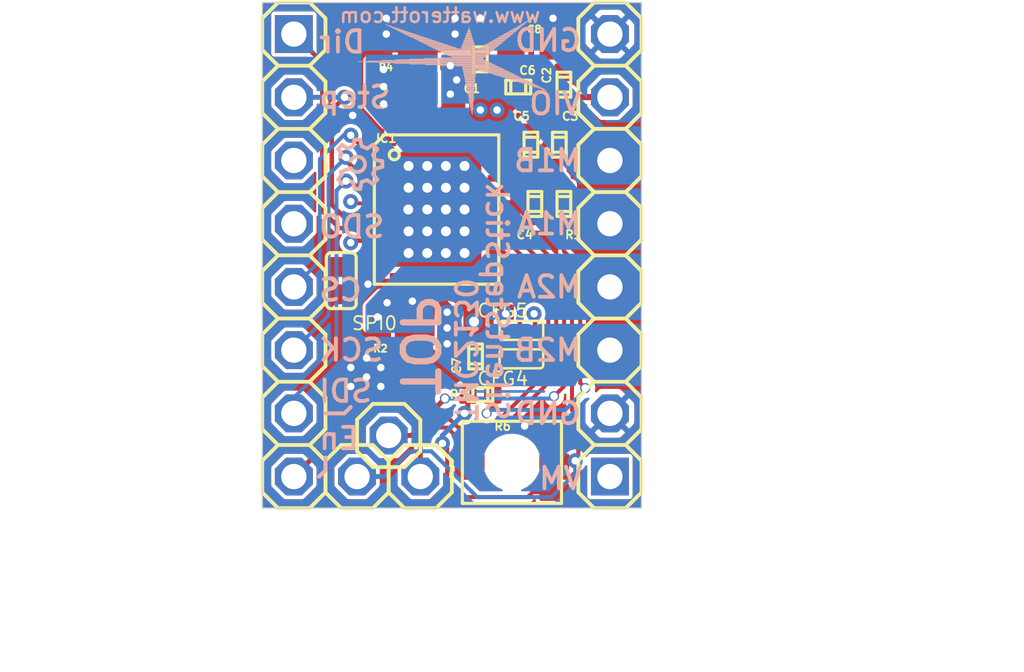
<source format=kicad_pcb>
(kicad_pcb (version 20221018) (generator pcbnew)
  (layers (0 "F.Cu" signal) (1 "In1.Cu" signal) (2 "In2.Cu" signal) (31 "B.Cu" signal) (34 "B.Paste" user) (35 "F.Paste" user) (36 "B.SilkS" user "B.Silkscreen") (37 "F.SilkS" user "F.Silkscreen") (38 "B.Mask" user) (39 "F.Mask" user) (44 "Edge.Cuts" user))
  (net 0 "")
  (net 1 "DIAG0")
  (net 2 "DIAG1")
  (net 3 "STEP")
  (net 4 "DIR")
  (net 5 "VM")
  (net 6 "GND")
  (net 7 "OA1")
  (net 8 "OA2")
  (net 9 "OB2")
  (net 10 "OB1")
  (net 11 "VIO")
  (net 12 "VCC")
  (net 13 "VCP")
  (net 14 "CPI")
  (net 15 "CPO")
  (net 16 "BRA")
  (net 17 "BRB")
  (net 18 "+5V")
  (net 19 "CFG5")
  (net 20 "CFG4")
  (net 21 "IREF")
  (net 22 "CFG-1")
  (net 23 "CFG-2")
  (net 24 "CFG-3")
  (net 25 "CFG-6")
  (net 26 "VREF1")
  (net 27 "CFG-0")
  (net 28 "N$1")
  (footprint "working:C0402" (layer "F.Cu") (at 152.8191 100.5586)
    (fp_text reference "C3" (at 0.0635 -1.143) (layer "F.SilkS") (effects (font (size 0.333248 0.333248) (thickness 0.073152)) (justify left)))
    (fp_text value "470n/10V" hide)
    (pad "1" smd roundrect (at 0 -0.5) (size 0.75 0.7) (layers "F.Cu" "F.Paste" "F.Mask") (roundrect_rratio 0.1) (net 6 "GND"))
    (pad "2" smd roundrect (at 0 0.5) (size 0.75 0.7) (layers "F.Cu" "F.Paste" "F.Mask") (roundrect_rratio 0.1) (net 12 "VCC"))
  )
  (footprint "working:PASSER_07MM" (layer "F.Cu") (at 141.6431 112.6236)
    (fp_text reference "X1" hide)
    (fp_text value "PASSER-07" hide)
    (pad "X" smd roundrect (at 0 0) (size 0.7 0.7) (layers "F.Cu") (roundrect_rratio 0.5))
    (zone (net 0) (net_name "") (layer "F.Cu") (connect_pads (clearance 0)) (min_thickness 0.25)
      (keepout (tracks not_allowed) (vias not_allowed) (pads not_allowed) (copperpour not_allowed) (footprints allowed))
      (fill (thermal_gap 0.5) (thermal_bridge_width 0.5))
      (polygon (pts (xy 142.3066 112.6236) (xy 142.28732 112.464814) (xy 142.2306 112.315256) (xy 142.139737 112.183618) (xy 142.020011 112.07755) (xy 141.87838 112.003217) (xy 141.723076 111.964938) (xy 141.563124 111.964938) (xy 141.40782 112.003217) (xy 141.266189 112.07755) (xy 141.146463 112.183618) (xy 141.0556 112.315256) (xy 140.99888 112.464814) (xy 140.9796 112.6236) (xy 140.99888 112.782386) (xy 141.0556 112.931944) (xy 141.146463 113.063582) (xy 141.266189 113.16965) (xy 141.40782 113.243983) (xy 141.563124 113.282262) (xy 141.723076 113.282262) (xy 141.87838 113.243983) (xy 142.020011 113.16965) (xy 142.139737 113.063582) (xy 142.2306 112.931944) (xy 142.28732 112.782386)))
      (polygon (pts (xy 142.1796 112.6236) (xy 142.159705 112.478854) (xy 142.101496 112.344843) (xy 142.00929 112.231507) (xy 141.889925 112.14725) (xy 141.752254 112.098321) (xy 141.606488 112.088351) (xy 141.463437 112.118077) (xy 141.333711 112.185296) (xy 141.226931 112.285021) (xy 141.151016 112.409858) (xy 141.111597 112.550547) (xy 141.111597 112.696653) (xy 141.151016 112.837342) (xy 141.226931 112.962179) (xy 141.333711 113.061904) (xy 141.463437 113.129123) (xy 141.606488 113.158849) (xy 141.752254 113.148879) (xy 141.889925 113.09995) (xy 142.00929 113.015693) (xy 142.101496 112.902357) (xy 142.159705 112.768346)))
    )
  )
  (footprint "working:C0402" (layer "F.Cu") (at 149.6441 97.1296 180)
    (fp_text reference "C1" (at -0.03175 -1.17475) (layer "F.SilkS") (effects (font (size 0.333248 0.333248) (thickness 0.073152)) (justify right)))
    (fp_text value "100n/50V" hide)
    (pad "1" smd roundrect (at 0 -0.5 180) (size 0.75 0.7) (layers "F.Cu" "F.Paste" "F.Mask") (roundrect_rratio 0.1) (net 5 "VM"))
    (pad "2" smd roundrect (at 0 0.5 180) (size 0.75 0.7) (layers "F.Cu" "F.Paste" "F.Mask") (roundrect_rratio 0.1) (net 6 "GND"))
  )
  (footprint "working:C0402" (layer "F.Cu") (at 151.6761 100.5586 180)
    (fp_text reference "C5" (at 0 1.143) (layer "F.SilkS") (effects (font (size 0.333248 0.333248) (thickness 0.073152)) (justify right)))
    (fp_text value "22n/50V" hide)
    (pad "1" smd roundrect (at 0 -0.5 180) (size 0.75 0.7) (layers "F.Cu" "F.Paste" "F.Mask") (roundrect_rratio 0.1) (net 15 "CPO"))
    (pad "2" smd roundrect (at 0 0.5 180) (size 0.75 0.7) (layers "F.Cu" "F.Paste" "F.Mask") (roundrect_rratio 0.1) (net 14 "CPI"))
  )
  (footprint "working:PASSER_07MM" (layer "F.Cu") (at 155.4811 97.3836)
    (fp_text reference "X2" hide)
    (fp_text value "PASSER-07" hide)
    (pad "X" smd roundrect (at 0 0) (size 0.7 0.7) (layers "F.Cu") (roundrect_rratio 0.5))
    (zone (net 0) (net_name "") (layer "F.Cu") (connect_pads (clearance 0)) (min_thickness 0.25)
      (keepout (tracks not_allowed) (vias not_allowed) (pads not_allowed) (copperpour not_allowed) (footprints allowed))
      (fill (thermal_gap 0.5) (thermal_bridge_width 0.5))
      (polygon (pts (xy 156.1446 97.3836) (xy 156.12532 97.224814) (xy 156.0686 97.075256) (xy 155.977737 96.943618) (xy 155.858011 96.83755) (xy 155.71638 96.763217) (xy 155.561076 96.724938) (xy 155.401124 96.724938) (xy 155.24582 96.763217) (xy 155.104189 96.83755) (xy 154.984463 96.943618) (xy 154.8936 97.075256) (xy 154.83688 97.224814) (xy 154.8176 97.3836) (xy 154.83688 97.542386) (xy 154.8936 97.691944) (xy 154.984463 97.823582) (xy 155.104189 97.92965) (xy 155.24582 98.003983) (xy 155.401124 98.042262) (xy 155.561076 98.042262) (xy 155.71638 98.003983) (xy 155.858011 97.92965) (xy 155.977737 97.823582) (xy 156.0686 97.691944) (xy 156.12532 97.542386)))
      (polygon (pts (xy 156.0176 97.3836) (xy 155.997705 97.238854) (xy 155.939496 97.104843) (xy 155.84729 96.991507) (xy 155.727925 96.90725) (xy 155.590254 96.858321) (xy 155.444488 96.848351) (xy 155.301437 96.878077) (xy 155.171711 96.945296) (xy 155.064931 97.045021) (xy 154.989016 97.169858) (xy 154.949597 97.310547) (xy 154.949597 97.456653) (xy 154.989016 97.597342) (xy 155.064931 97.722179) (xy 155.171711 97.821904) (xy 155.301437 97.889123) (xy 155.444488 97.918849) (xy 155.590254 97.908879) (xy 155.727925 97.85995) (xy 155.84729 97.775693) (xy 155.939496 97.662357) (xy 155.997705 97.528346)))
    )
  )
  (footprint "working:M0805" (layer "F.Cu") (at 147.0061 108.9136 90)
    (fp_text reference "R2" (at 0.1635 -1.045) (layer "F.SilkS") (effects (font (size 0.28956 0.28956) (thickness 0.11684)) (justify right)))
    (fp_text value "R0805/0R11" hide)
    (pad "1" smd rect (at -0.95 0 90) (size 1.3 1.6) (layers "F.Cu" "F.Paste" "F.Mask") (net 6 "GND"))
    (pad "2" smd rect (at 0.95 0 90) (size 1.3 1.6) (layers "F.Cu" "F.Paste" "F.Mask") (net 17 "BRB"))
  )
  (footprint "working:QFN36-PAD" (layer "F.Cu") (at 147.8851 103.1636)
    (fp_text reference "IC1" (at -2.4765 -2.8575) (layer "F.SilkS") (effects (font (size 0.333248 0.333248) (thickness 0.073152)) (justify left)))
    (fp_text value "TMC2100-LA" hide)
    (fp_poly (pts (xy -1.8 2.3) (xy 1.8 2.3) (xy 1.8 -2.3) (xy -1.8 -2.3)) (fill solid) (layer "F.Cu"))
    (pad "1" smd roundrect (at -2.4 -2.25 180) (size 0.7 0.26) (layers "F.Cu" "F.Paste" "F.Mask") (roundrect_rratio 0.1) (net 6 "GND"))
    (pad "2" smd roundrect (at -2.4 -1.75 180) (size 0.7 0.26) (layers "F.Cu" "F.Paste" "F.Mask") (roundrect_rratio 0.1) (net 24 "CFG-3"))
    (pad "3" smd roundrect (at -2.4 -1.25 180) (size 0.7 0.26) (layers "F.Cu" "F.Paste" "F.Mask") (roundrect_rratio 0.1) (net 23 "CFG-2"))
    (pad "4" smd roundrect (at -2.4 -0.75 180) (size 0.7 0.26) (layers "F.Cu" "F.Paste" "F.Mask") (roundrect_rratio 0.1) (net 22 "CFG-1"))
    (pad "5" smd roundrect (at -2.4 -0.25 180) (size 0.7 0.26) (layers "F.Cu" "F.Paste" "F.Mask") (roundrect_rratio 0.1) (net 27 "CFG-0"))
    (pad "6" smd roundrect (at -2.4 0.25 180) (size 0.7 0.26) (layers "F.Cu" "F.Paste" "F.Mask") (roundrect_rratio 0.1) (net 3 "STEP"))
    (pad "7" smd roundrect (at -2.4 0.75 180) (size 0.7 0.26) (layers "F.Cu" "F.Paste" "F.Mask") (roundrect_rratio 0.1) (net 4 "DIR"))
    (pad "8" smd roundrect (at -2.4 1.25 180) (size 0.7 0.26) (layers "F.Cu" "F.Paste" "F.Mask") (roundrect_rratio 0.1) (net 11 "VIO"))
    (pad "9" smd roundrect (at -2.4 1.75 180) (size 0.7 0.26) (layers "F.Cu" "F.Paste" "F.Mask") (roundrect_rratio 0.1))
    (pad "10" smd roundrect (at -2.4 2.25 180) (size 0.7 0.26) (layers "F.Cu" "F.Paste" "F.Mask") (roundrect_rratio 0.1) (net 28 "N$1"))
    (pad "11" smd roundrect (at -1.75 2.9 270) (size 0.7 0.26) (layers "F.Cu" "F.Paste" "F.Mask") (roundrect_rratio 0.1) (net 6 "GND"))
    (pad "12" smd roundrect (at -1.25 2.65 270) (size 1.2 0.26) (layers "F.Cu" "F.Paste" "F.Mask") (roundrect_rratio 0.1) (net 6 "GND"))
    (pad "13" smd roundrect (at -0.75 2.9 270) (size 0.7 0.26) (layers "F.Cu" "F.Paste" "F.Mask") (roundrect_rratio 0.1) (net 10 "OB1"))
    (pad "14" smd roundrect (at -0.25 2.9 270) (size 0.7 0.26) (layers "F.Cu" "F.Paste" "F.Mask") (roundrect_rratio 0.1) (net 17 "BRB"))
    (pad "15" smd roundrect (at 0.25 2.9 270) (size 0.7 0.26) (layers "F.Cu" "F.Paste" "F.Mask") (roundrect_rratio 0.1) (net 9 "OB2"))
    (pad "16" smd roundrect (at 0.75 2.9 270) (size 0.7 0.26) (layers "F.Cu" "F.Paste" "F.Mask") (roundrect_rratio 0.1) (net 5 "VM"))
    (pad "17" smd roundrect (at 1.25 2.9 270) (size 0.7 0.26) (layers "F.Cu" "F.Paste" "F.Mask") (roundrect_rratio 0.1))
    (pad "18" smd roundrect (at 1.75 2.9 270) (size 0.7 0.26) (layers "F.Cu" "F.Paste" "F.Mask") (roundrect_rratio 0.1) (net 20 "CFG4"))
    (pad "19" smd roundrect (at 2.4 2.25) (size 0.7 0.26) (layers "F.Cu" "F.Paste" "F.Mask") (roundrect_rratio 0.1) (net 19 "CFG5"))
    (pad "20" smd roundrect (at 2.4 1.75) (size 0.7 0.26) (layers "F.Cu" "F.Paste" "F.Mask") (roundrect_rratio 0.1) (net 1 "DIAG0"))
    (pad "21" smd roundrect (at 2.4 1.25) (size 0.7 0.26) (layers "F.Cu" "F.Paste" "F.Mask") (roundrect_rratio 0.1) (net 2 "DIAG1"))
    (pad "22" smd roundrect (at 2.4 0.75) (size 0.7 0.26) (layers "F.Cu" "F.Paste" "F.Mask") (roundrect_rratio 0.1) (net 25 "CFG-6"))
    (pad "23" smd roundrect (at 2.4 0.25) (size 0.7 0.26) (layers "F.Cu" "F.Paste" "F.Mask") (roundrect_rratio 0.1) (net 21 "IREF"))
    (pad "24" smd roundrect (at 2.15 -0.25) (size 1.2 0.26) (layers "F.Cu" "F.Paste" "F.Mask") (roundrect_rratio 0.1) (net 6 "GND"))
    (pad "25" smd roundrect (at 2.4 -0.75) (size 0.7 0.26) (layers "F.Cu" "F.Paste" "F.Mask") (roundrect_rratio 0.1) (net 18 "+5V"))
    (pad "26" smd roundrect (at 2.4 -1.25) (size 0.7 0.26) (layers "F.Cu" "F.Paste" "F.Mask") (roundrect_rratio 0.1) (net 12 "VCC"))
    (pad "27" smd roundrect (at 2.4 -1.75) (size 0.7 0.26) (layers "F.Cu" "F.Paste" "F.Mask") (roundrect_rratio 0.1) (net 15 "CPO"))
    (pad "28" smd rect (at 2.4 -2.25) (size 0.7 0.26) (layers "F.Cu" "F.Paste" "F.Mask") (net 14 "CPI"))
    (pad "29" smd roundrect (at 1.75 -2.9 90) (size 0.7 0.26) (layers "F.Cu" "F.Paste" "F.Mask") (roundrect_rratio 0.1) (net 13 "VCP"))
    (pad "30" smd roundrect (at 1.25 -2.9 90) (size 0.7 0.26) (layers "F.Cu" "F.Paste" "F.Mask") (roundrect_rratio 0.1) (net 5 "VM"))
    (pad "31" smd roundrect (at 0.75 -2.9 90) (size 0.7 0.26) (layers "F.Cu" "F.Paste" "F.Mask") (roundrect_rratio 0.1) (net 5 "VM"))
    (pad "32" smd roundrect (at 0.25 -2.9 90) (size 0.7 0.26) (layers "F.Cu" "F.Paste" "F.Mask") (roundrect_rratio 0.1) (net 8 "OA2"))
    (pad "33" smd roundrect (at -0.25 -2.9 90) (size 0.7 0.26) (layers "F.Cu" "F.Paste" "F.Mask") (roundrect_rratio 0.1) (net 16 "BRA"))
    (pad "34" smd roundrect (at -0.75 -2.9 90) (size 0.7 0.26) (layers "F.Cu" "F.Paste" "F.Mask") (roundrect_rratio 0.1) (net 7 "OA1"))
    (pad "35" smd roundrect (at -1.25 -2.65 90) (size 1.2 0.26) (layers "F.Cu" "F.Paste" "F.Mask") (roundrect_rratio 0.1) (net 6 "GND"))
    (pad "36" smd roundrect (at -1.75 -2.9 90) (size 0.7 0.26) (layers "F.Cu" "F.Paste" "F.Mask") (roundrect_rratio 0.1) (net 6 "GND"))
    (pad "TP" smd roundrect (at 0 0) (size 0.6 0.6) (layers "F.Cu" "F.Paste" "F.Mask") (roundrect_rratio 0.1) (net 6 "GND"))
  )
  (footprint "working:1X01" (layer "F.Cu") (at 147.2311 113.8936)
    (fp_text reference "JP4" hide)
    (fp_text value "")
    (pad "1" thru_hole roundrect (at 0 0) (size 1.524 1.524) (drill 1.016) (layers "*.Cu" "*.Mask") (chamfer_ratio 0.2928932188) (chamfer top_left top_right bottom_left bottom_right) (net 2 "DIAG1"))
  )
  (footprint "working:JUMPER3-0201" (layer "F.Cu") (at 151.2951 108.01985 90)
    (fp_text reference "CFG5" (at 0.79375 0.3175) (layer "F.SilkS") (effects (font (size 0.536448 0.536448) (thickness 0.073152)) (justify right)))
    (fp_text value "JUMPER3-0201" hide)
    (pad "1" smd roundrect (at 0 -0.55 180) (size 0.35 0.4) (layers "F.Cu" "F.Paste" "F.Mask") (roundrect_rratio 0.125) (net 6 "GND"))
    (pad "2" smd roundrect (at 0 0 180) (size 0.35 0.4) (layers "F.Cu" "F.Paste" "F.Mask") (roundrect_rratio 0.125) (net 19 "CFG5"))
    (pad "3" smd roundrect (at 0 0.55 180) (size 0.35 0.4) (layers "F.Cu" "F.Paste" "F.Mask") (roundrect_rratio 0.125) (net 11 "VIO"))
  )
  (footprint "working:C0603" (layer "F.Cu") (at 151.7231 96.6361)
    (fp_text reference "C8" (at -0.2375 -0.713) (layer "F.SilkS") (effects (font (size 0.28956 0.28956) (thickness 0.11684)) (justify left)))
    (fp_text value "1u/50V" hide)
    (pad "1" smd rect (at -0.85 0) (size 1.1 1) (layers "F.Cu" "F.Paste" "F.Mask") (net 5 "VM"))
    (pad "2" smd rect (at 0.85 0) (size 1.1 1) (layers "F.Cu" "F.Paste" "F.Mask") (net 6 "GND"))
  )
  (footprint "working:C0402" (layer "F.Cu") (at 149.6441 110.5916 90)
    (fp_text reference "R5" (at 0 -1.27) (layer "F.SilkS") (effects (font (size 0.333248 0.333248) (thickness 0.073152)) (justify left)))
    (fp_text value "20k" hide)
    (pad "1" smd roundrect (at 0 -0.5 90) (size 0.75 0.7) (layers "F.Cu" "F.Paste" "F.Mask") (roundrect_rratio 0.1) (net 26 "VREF1"))
    (pad "2" smd roundrect (at 0 0.5 90) (size 0.75 0.7) (layers "F.Cu" "F.Paste" "F.Mask") (roundrect_rratio 0.1) (net 18 "+5V"))
  )
  (footprint "working:1X01" (layer "F.Cu") (at 145.9611 112.2426)
    (fp_text reference "JP3" hide)
    (fp_text value "")
    (pad "1" thru_hole roundrect (at 0 0) (size 1.524 1.524) (drill 1.016) (layers "*.Cu" "*.Mask") (chamfer_ratio 0.2928932188) (chamfer top_left top_right bottom_left bottom_right) (net 1 "DIAG0"))
  )
  (footprint "working:C0402" (layer "F.Cu") (at 151.83485 102.93985 180)
    (fp_text reference "C4" (at 0.03175 -1.23825) (layer "F.SilkS") (effects (font (size 0.333248 0.333248) (thickness 0.073152)) (justify right)))
    (fp_text value "4u7/10V" hide)
    (pad "1" smd roundrect (at 0 -0.5 180) (size 0.75 0.7) (layers "F.Cu" "F.Paste" "F.Mask") (roundrect_rratio 0.1) (net 6 "GND"))
    (pad "2" smd roundrect (at 0 0.5 180) (size 0.75 0.7) (layers "F.Cu" "F.Paste" "F.Mask") (roundrect_rratio 0.1) (net 18 "+5V"))
  )
  (footprint "working:C0402" (layer "F.Cu") (at 149.4536 109.0676)
    (fp_text reference "C7" (at -0.762 0 90) (layer "F.SilkS") (effects (font (size 0.333248 0.333248) (thickness 0.073152)) (justify right)))
    (fp_text value "100n/50V" hide)
    (pad "1" smd roundrect (at 0 -0.5) (size 0.75 0.7) (layers "F.Cu" "F.Paste" "F.Mask") (roundrect_rratio 0.1) (net 5 "VM"))
    (pad "2" smd roundrect (at 0 0.5) (size 0.75 0.7) (layers "F.Cu" "F.Paste" "F.Mask") (roundrect_rratio 0.1) (net 6 "GND"))
  )
  (footprint "working:1X08-S" (layer "F.Cu") (at 142.1511 105.0036 -90)
    (fp_text reference "JP1" hide)
    (fp_text value "")
    (pad "1" thru_hole rect (at -8.89 0 270) (size 1.524 1.524) (drill 1.016) (layers "*.Cu" "*.Mask") (net 4 "DIR"))
    (pad "2" thru_hole roundrect (at -6.35 0 270) (size 1.524 1.524) (drill 1.016) (layers "*.Cu" "*.Mask") (chamfer_ratio 0.2928932188) (chamfer top_left top_right bottom_left bottom_right) (net 3 "STEP"))
    (pad "3" thru_hole roundrect (at -3.81 0 270) (size 1.524 1.524) (drill 1.016) (layers "*.Cu" "*.Mask") (chamfer_ratio 0.2928932188) (chamfer top_left top_right bottom_left bottom_right))
    (pad "4" thru_hole roundrect (at -1.27 0 270) (size 1.524 1.524) (drill 1.016) (layers "*.Cu" "*.Mask") (chamfer_ratio 0.2928932188) (chamfer top_left top_right bottom_left bottom_right) (net 27 "CFG-0"))
    (pad "5" thru_hole roundrect (at 1.27 0 270) (size 1.524 1.524) (drill 1.016) (layers "*.Cu" "*.Mask") (chamfer_ratio 0.2928932188) (chamfer top_left top_right bottom_left bottom_right) (net 24 "CFG-3"))
    (pad "6" thru_hole roundrect (at 3.81 0 270) (size 1.524 1.524) (drill 1.016) (layers "*.Cu" "*.Mask") (chamfer_ratio 0.2928932188) (chamfer top_left top_right bottom_left bottom_right) (net 23 "CFG-2"))
    (pad "7" thru_hole roundrect (at 6.35 0 270) (size 1.524 1.524) (drill 1.016) (layers "*.Cu" "*.Mask") (chamfer_ratio 0.2928932188) (chamfer top_left top_right bottom_left bottom_right) (net 22 "CFG-1"))
    (pad "8" thru_hole roundrect (at 8.89 0 270) (size 1.524 1.524) (drill 1.016) (layers "*.Cu" "*.Mask") (chamfer_ratio 0.2928932188) (chamfer top_left top_right bottom_left bottom_right) (net 25 "CFG-6"))
  )
  (footprint "working:C0402" (layer "F.Cu") (at 153.0011 98.1456)
    (fp_text reference "C2" (at -0.69 0 90) (layer "F.SilkS") (effects (font (size 0.333248 0.333248) (thickness 0.073152)) (justify left)))
    (fp_text value "100n/50V" hide)
    (pad "1" smd roundrect (at 0 -0.5) (size 0.75 0.7) (layers "F.Cu" "F.Paste" "F.Mask") (roundrect_rratio 0.1) (net 6 "GND"))
    (pad "2" smd roundrect (at 0 0.5) (size 0.75 0.7) (layers "F.Cu" "F.Paste" "F.Mask") (roundrect_rratio 0.1) (net 11 "VIO"))
  )
  (footprint "working:C0402" (layer "F.Cu") (at 153.0011 102.93985)
    (fp_text reference "R1" (at 0.0085 1.23825) (layer "F.SilkS") (effects (font (size 0.333248 0.333248) (thickness 0.073152)) (justify left)))
    (fp_text value "2R2" hide)
    (pad "1" smd roundrect (at 0 -0.5) (size 0.75 0.7) (layers "F.Cu" "F.Paste" "F.Mask") (roundrect_rratio 0.1) (net 12 "VCC"))
    (pad "2" smd roundrect (at 0 0.5) (size 0.75 0.7) (layers "F.Cu" "F.Paste" "F.Mask") (roundrect_rratio 0.1) (net 18 "+5V"))
  )
  (footprint "working:M0805" (layer "F.Cu") (at 147.1311 97.3511 -90)
    (fp_text reference "R4" (at 0.096 1.6145) (layer "F.SilkS") (effects (font (size 0.28956 0.28956) (thickness 0.11684)) (justify left)))
    (fp_text value "R0805/0R11" hide)
    (pad "1" smd rect (at -0.95 0 270) (size 1.3 1.6) (layers "F.Cu" "F.Paste" "F.Mask") (net 6 "GND"))
    (pad "2" smd rect (at 0.95 0 270) (size 1.3 1.6) (layers "F.Cu" "F.Paste" "F.Mask") (net 16 "BRA"))
  )
  (footprint "working:JUMPER2-0402_NC" (layer "F.Cu") (at 144.0561 106.0196 180)
    (fp_text reference "SPI0" (at -0.381 -1.7145) (layer "F.SilkS") (effects (font (size 0.536448 0.536448) (thickness 0.073152)) (justify left)))
    (fp_text value "JUMPER2-0402-NC" hide)
    (pad "1" smd roundrect (at 0 -0.55 90) (size 0.8 0.9) (layers "F.Cu" "F.Mask") (roundrect_rratio 0.1) (net 6 "GND"))
    (pad "2" smd roundrect (at 0 0.55 90) (size 0.8 0.9) (layers "F.Cu" "F.Mask") (roundrect_rratio 0.1) (net 28 "N$1"))
  )
  (footprint "working:1X01" (layer "F.Cu") (at 144.6911 113.8936)
    (fp_text reference "JP5" hide)
    (fp_text value "")
    (pad "1" thru_hole roundrect (at 0 0) (size 1.524 1.524) (drill 1.016) (layers "*.Cu" "*.Mask") (chamfer_ratio 0.2928932188) (chamfer top_left top_right bottom_left bottom_right) (net 21 "IREF"))
  )
  (footprint "working:C0402" (layer "F.Cu") (at 151.1681 98.24085 90)
    (fp_text reference "C6" (at 0.66675 0) (layer "F.SilkS") (effects (font (size 0.333248 0.333248) (thickness 0.073152)) (justify left)))
    (fp_text value "100n/50V" hide)
    (pad "1" smd roundrect (at 0 -0.5 90) (size 0.75 0.7) (layers "F.Cu" "F.Paste" "F.Mask") (roundrect_rratio 0.1) (net 5 "VM"))
    (pad "2" smd roundrect (at 0 0.5 90) (size 0.75 0.7) (layers "F.Cu" "F.Paste" "F.Mask") (roundrect_rratio 0.1) (net 13 "VCP"))
  )
  (footprint "working:1X08-S" (layer "F.Cu") (at 154.8511 105.0036 90)
    (fp_text reference "JP2" hide)
    (fp_text value "")
    (pad "1" thru_hole rect (at -8.89 0 90) (size 1.524 1.524) (drill 1.016) (layers "*.Cu" "*.Mask") (net 5 "VM"))
    (pad "2" thru_hole roundrect (at -6.35 0 90) (size 1.524 1.524) (drill 1.016) (layers "*.Cu" "*.Mask") (chamfer_ratio 0.2928932188) (chamfer top_left top_right bottom_left bottom_right) (net 6 "GND"))
    (pad "3" thru_hole roundrect (at -3.81 0 90) (size 1.524 1.524) (drill 1.016) (layers "*.Cu" "*.Mask") (chamfer_ratio 0.2928932188) (chamfer top_left top_right bottom_left bottom_right) (net 9 "OB2"))
    (pad "4" thru_hole roundrect (at -1.27 0 90) (size 1.524 1.524) (drill 1.016) (layers "*.Cu" "*.Mask") (chamfer_ratio 0.2928932188) (chamfer top_left top_right bottom_left bottom_right) (net 10 "OB1"))
    (pad "5" thru_hole roundrect (at 1.27 0 90) (size 1.524 1.524) (drill 1.016) (layers "*.Cu" "*.Mask") (chamfer_ratio 0.2928932188) (chamfer top_left top_right bottom_left bottom_right) (net 7 "OA1"))
    (pad "6" thru_hole roundrect (at 3.81 0 90) (size 1.524 1.524) (drill 1.016) (layers "*.Cu" "*.Mask") (chamfer_ratio 0.2928932188) (chamfer top_left top_right bottom_left bottom_right) (net 8 "OA2"))
    (pad "7" thru_hole roundrect (at 6.35 0 90) (size 1.524 1.524) (drill 1.016) (layers "*.Cu" "*.Mask") (chamfer_ratio 0.2928932188) (chamfer top_left top_right bottom_left bottom_right) (net 11 "VIO"))
    (pad "8" thru_hole roundrect (at 8.89 0 90) (size 1.524 1.524) (drill 1.016) (layers "*.Cu" "*.Mask") (chamfer_ratio 0.2928932188) (chamfer top_left top_right bottom_left bottom_right) (net 6 "GND"))
  )
  (footprint "working:POT_EVM3R" (layer "F.Cu") (at 150.9141 113.3221 90)
    (fp_text reference "R6" (at 1.4455 0) (layer "F.SilkS") (effects (font (size 0.333248 0.333248) (thickness 0.073152)) (justify right)))
    (fp_text value "20k" hide)
    (pad "" np_thru_hole circle (at 0 0 90) (size 1.8 1.8) (drill 1.8) (layers "*.Cu" "*.Mask"))
    (pad "1" smd roundrect (at -1.2 1.7 90) (size 0.7 1.2) (layers "F.Cu" "F.Paste" "F.Mask") (roundrect_rratio 0.1) (net 26 "VREF1"))
    (pad "2" smd roundrect (at 0 1.7 90) (size 0.7 1.2) (layers "F.Cu" "F.Paste" "F.Mask") (roundrect_rratio 0.1) (net 21 "IREF"))
    (pad "3" smd roundrect (at 1.2 1.7 90) (size 0.7 1.2) (layers "F.Cu" "F.Paste" "F.Mask") (roundrect_rratio 0.1) (net 6 "GND"))
    (pad "MOUNT" smd roundrect (at 0 -1.7 90) (size 1.4 1.2) (layers "F.Cu" "F.Paste" "F.Mask") (roundrect_rratio 0.1))
  )
  (footprint "working:JUMPER3-0201" (layer "F.Cu") (at 151.2951 109.16285 90)
    (fp_text reference "CFG4" (at -0.79375 0.3175) (layer "F.SilkS") (effects (font (size 0.536448 0.536448) (thickness 0.073152)) (justify right)))
    (fp_text value "JUMPER3-0201" hide)
    (pad "1" smd roundrect (at 0 -0.55 180) (size 0.35 0.4) (layers "F.Cu" "F.Paste" "F.Mask") (roundrect_rratio 0.125) (net 6 "GND"))
    (pad "2" smd roundrect (at 0 0 180) (size 0.35 0.4) (layers "F.Cu" "F.Paste" "F.Mask") (roundrect_rratio 0.125) (net 20 "CFG4"))
    (pad "3" smd roundrect (at 0 0.55 180) (size 0.35 0.4) (layers "F.Cu" "F.Paste" "F.Mask") (roundrect_rratio 0.125) (net 11 "VIO"))
  )
  (footprint "working:SPARK_TPLACE_M" (layer "B.Cu") (at 149.1431 97.1296 180)
    (fp_text reference "LOGO2" hide)
    (fp_text value "LOGO-S_PLACE_M" hide)
  )
  (footprint "working:OSHW_6X70" (layer "B.Cu") (at 143.9291 102.3366 90)
    (fp_text reference "LOGO1" hide)
    (fp_text value "OSHW_LOGOX0070" hide)
  )
  (gr_line (start 143.4211 111.3536) (end 144.1831 111.3536) (stroke (width 0.16)) (layer "B.SilkS"))
  (gr_line (start 143.1671 113.8936) (end 143.4211 113.6396) (stroke (width 0.16)) (layer "B.SilkS"))
  (gr_line (start 144.1831 111.3536) (end 144.4371 111.0996) (stroke (width 0.16)) (layer "B.SilkS"))
  (gr_line (start 143.4211 113.6396) (end 143.4211 113.1316) (stroke (width 0.16)) (layer "B.SilkS"))
  (gr_line (start 156.1211 115.1636) (end 156.1211 94.8436) (stroke (width 0.05)) (layer "Edge.Cuts"))
  (gr_line (start 156.1211 94.8436) (end 140.8811 94.8436) (stroke (width 0.05)) (layer "Edge.Cuts"))
  (gr_line (start 140.8811 94.8436) (end 140.8811 115.1636) (stroke (width 0.05)) (layer "Edge.Cuts"))
  (gr_line (start 140.8811 115.1636) (end 156.1211 115.1636) (stroke (width 0.05)) (layer "Edge.Cuts"))
  (gr_text "SDI" (at 143.0811 109.9566) (layer "B.SilkS") (effects (font (size 0.8636 0.8636) (thickness 0.1524)) (justify right top mirror)))
  (gr_text "M1B" (at 153.7811 101.7016) (layer "B.SilkS") (effects (font (size 0.8636 0.8636) (thickness 0.1524)) (justify left bottom mirror)))
  (gr_text "SCK" (at 143.0811 108.3056) (layer "B.SilkS") (effects (font (size 0.8636 0.8636) (thickness 0.1524)) (justify right top mirror)))
  (gr_text "M2A" (at 153.7811 106.7816) (layer "B.SilkS") (effects (font (size 0.8636 0.8636) (thickness 0.1524)) (justify left bottom mirror)))
  (gr_text "Step" (at 143.0811 98.1456) (layer "B.SilkS") (effects (font (size 0.8636 0.8636) (thickness 0.1524)) (justify right top mirror)))
  (gr_text "VM" (at 153.8431 114.4746) (layer "B.SilkS") (effects (font (size 0.8636 0.8636) (thickness 0.1524)) (justify left bottom mirror)))
  (gr_text "CS" (at 143.0811 105.8926) (layer "B.SilkS") (effects (font (size 0.8636 0.8636) (thickness 0.1524)) (justify right top mirror)))
  (gr_text "TOP" (at 146.3421 110.7821 -90) (layer "B.SilkS") (effects (font (size 1.42494 1.42494) (thickness 0.25146)) (justify left bottom mirror)))
  (gr_text "M2B" (at 153.7811 109.3216) (layer "B.SilkS") (effects (font (size 0.8636 0.8636) (thickness 0.1524)) (justify left bottom mirror)))
  (gr_text "SDO" (at 143.0811 103.3526) (layer "B.SilkS") (effects (font (size 0.8636 0.8636) (thickness 0.1524)) (justify right top mirror)))
  (gr_text "VIO" (at 153.7811 99.4156) (layer "B.SilkS") (effects (font (size 0.8636 0.8636) (thickness 0.1524)) (justify left bottom mirror)))
  (gr_text "Dir" (at 143.0811 95.9231) (layer "B.SilkS") (effects (font (size 0.8636 0.8636) (thickness 0.1524)) (justify right top mirror)))
  (gr_text "GND" (at 153.7811 96.8756) (layer "B.SilkS") (effects (font (size 0.8636 0.8636) (thickness 0.1524)) (justify left bottom mirror)))
  (gr_text "SilentStepStick" (at 149.8161 111.7346 -90) (layer "B.SilkS") (effects (font (size 0.85 0.85)) (justify left bottom mirror)))
  (gr_text "www.watterott.com" (at 143.9291 95.0176) (layer "B.SilkS") (effects (font (size 0.58293 0.58293) (thickness 0.10287)) (justify right top mirror)))
  (gr_text "GND" (at 153.7811 111.8616) (layer "B.SilkS") (effects (font (size 0.8636 0.8636) (thickness 0.1524)) (justify left bottom mirror)))
  (gr_text "M1A" (at 153.7811 104.2416) (layer "B.SilkS") (effects (font (size 0.8636 0.8636) (thickness 0.1524)) (justify left bottom mirror)))
  (gr_text "TMC2130" (at 148.5461 111.7346 -90) (layer "B.SilkS") (effects (font (size 0.85 0.85)) (justify left bottom mirror)))
  (gr_text "En" (at 143.0811 111.8616) (layer "B.SilkS") (effects (font (size 0.8636 0.8636) (thickness 0.1524)) (justify right top mirror)))
  (segment (start 152.3746 109.6391) (end 150.0886 111.9251) (width 0.16) (layer "F.Cu") (net 1))
  (segment (start 150.6336 104.9136) (end 150.2851 104.9136) (width 0.16) (layer "F.Cu") (net 1))
  (segment (start 147.4851 111.6076) (end 146.8501 112.2426) (width 0.16) (layer "F.Cu") (net 1))
  (segment (start 150.0886 111.9251) (end 148.7551 111.9251) (width 0.16) (layer "F.Cu") (net 1))
  (segment (start 152.3746 106.6546) (end 152.3746 109.6391) (width 0.16) (layer "F.Cu") (net 1))
  (segment (start 146.8501 112.2426) (end 145.9611 112.2426) (width 0.2) (layer "F.Cu") (net 1))
  (segment (start 152.3746 106.6546) (end 150.6336 104.9136) (width 0.16) (layer "F.Cu") (net 1))
  (segment (start 148.4376 111.6076) (end 147.4851 111.6076) (width 0.16) (layer "F.Cu") (net 1))
  (segment (start 148.7551 111.9251) (end 148.4376 111.6076) (width 0.16) (layer "F.Cu") (net 1))
  (segment (start 152.6921 106.4006) (end 150.7051 104.4136) (width 0.16) (layer "F.Cu") (net 2))
  (segment (start 147.8661 111.9251) (end 147.2311 112.5601) (width 0.16) (layer "F.Cu") (net 2))
  (segment (start 150.2537 112.2426) (end 148.6281 112.2426) (width 0.16) (layer "F.Cu") (net 2))
  (segment (start 150.7051 104.4136) (end 150.2851 104.4136) (width 0.16) (layer "F.Cu") (net 2))
  (segment (start 148.3106 111.9251) (end 147.8661 111.9251) (width 0.16) (layer "F.Cu") (net 2))
  (segment (start 147.2311 112.5601) (end 147.2311 113.8936) (width 0.2) (layer "F.Cu") (net 2))
  (segment (start 150.2537 112.2426) (end 152.6921 109.8042) (width 0.16) (layer "F.Cu") (net 2))
  (segment (start 148.6281 112.2426) (end 148.3106 111.9251) (width 0.16) (layer "F.Cu") (net 2))
  (segment (start 152.6921 106.4006) (end 152.6921 109.8042) (width 0.16) (layer "F.Cu") (net 2))
  (segment (start 145.4851 103.4136) (end 144.1171 103.4136) (width 0.18) (layer "F.Cu") (net 3))
  (segment (start 143.6751 99.1616) (end 144.1831 98.6536) (width 0.18) (layer "F.Cu") (net 3))
  (segment (start 143.6751 102.9716) (end 143.6751 99.1616) (width 0.18) (layer "F.Cu") (net 3))
  (segment (start 144.1171 103.4136) (end 143.6751 102.9716) (width 0.18) (layer "F.Cu") (net 3))
  (via (at 144.1831 98.6536) (size 0.6048) (drill 0.3) (layers "F.Cu" "B.Cu") (net 3))
  (segment (start 144.1831 98.6536) (end 142.1511 98.6536) (width 0.2) (layer "B.Cu") (net 3))
  (segment (start 143.2941 103.2256) (end 143.2941 97.2566) (width 0.18) (layer "F.Cu") (net 4))
  (segment (start 145.4851 103.9136) (end 143.9821 103.9136) (width 0.18) (layer "F.Cu") (net 4))
  (segment (start 143.2941 97.2566) (end 142.1511 96.1136) (width 0.18) (layer "F.Cu") (net 4))
  (segment (start 143.9821 103.9136) (end 143.2941 103.2256) (width 0.18) (layer "F.Cu") (net 4))
  (via (at 149.3901 107.6706) (size 0.7048) (drill 0.4) (layers "F.Cu" "B.Cu") (net 5))
  (via (at 149.6441 99.1616) (size 0.6048) (drill 0.3) (layers "F.Cu" "B.Cu") (net 5))
  (via (at 150.3186 99.1636) (size 0.6048) (drill 0.3) (layers "F.Cu" "B.Cu") (net 5))
  (segment (start 146.1351 106.0636) (end 146.6121 106.0636) (width 0.25) (layer "F.Cu") (net 6))
  (segment (start 149.0101 102.9136) (end 149.0101 103.1636) (width 0.25) (layer "F.Cu") (net 6))
  (segment (start 146.6351 100.2636) (end 146.1351 100.2636) (width 0.25) (layer "F.Cu") (net 6))
  (segment (start 151.8111 103.4161) (end 151.83485 103.43985) (width 0.25) (layer "F.Cu") (net 6))
  (segment (start 150.0351 102.9136) (end 149.0101 102.9136) (width 0.25) (layer "F.Cu") (net 6))
  (segment (start 146.6351 106.0406) (end 146.6121 106.0636) (width 0.18) (layer "F.Cu") (net 6))
  (segment (start 151.51735 103.4161) (end 151.8111 103.4161) (width 0.25) (layer "F.Cu") (net 6))
  (segment (start 146.1351 100.2636) (end 145.65885 100.2636) (width 0.25) (layer "F.Cu") (net 6))
  (segment (start 147.8851 103.1636) (end 149.0101 103.1636) (width 0.2) (layer "F.Cu") (net 6))
  (segment (start 151.01485 102.9136) (end 151.51735 103.4161) (width 0.25) (layer "F.Cu") (net 6))
  (segment (start 146.6351 100.5136) (end 146.6351 100.2636) (width 0.2) (layer "F.Cu") (net 6))
  (segment (start 145.65885 106.0636) (end 146.1351 106.0636) (width 0.25) (layer "F.Cu") (net 6))
  (segment (start 150.0351 102.9136) (end 151.01485 102.9136) (width 0.25) (layer "F.Cu") (net 6))
  (via (at 148.2601 102.2886) (size 0.7048) (drill 0.4) (layers "F.Cu" "B.Cu") (net 6))
  (via (at 146.7601 104.9136) (size 0.7048) (drill 0.4) (layers "F.Cu" "B.Cu") (net 6))
  (via (at 145.0721 109.1311) (size 0.6048) (drill 0.3) (layers "F.Cu" "B.Cu") (net 6))
  (via (at 145.0721 109.8931) (size 0.6048) (drill 0.3) (layers "F.Cu" "B.Cu") (net 6))
  (via (at 149.0101 103.1636) (size 0.7048) (drill 0.4) (layers "F.Cu" "B.Cu") (net 6))
  (via (at 149.0101 104.9136) (size 0.7048) (drill 0.4) (layers "F.Cu" "B.Cu") (net 6))
  (via (at 145.86585 96.1136) (size 0.6048) (drill 0.3) (layers "F.Cu" "B.Cu") (net 6))
  (via (at 152.5651 95.4786) (size 0.6048) (drill 0.3) (layers "F.Cu" "B.Cu") (net 6))
  (via (at 151.4221 111.8616) (size 0.6048) (drill 0.3) (layers "F.Cu" "B.Cu") (net 6))
  (via (at 149.6441 95.4786) (size 0.6048) (drill 0.3) (layers "F.Cu" "B.Cu") (net 6))
  (via (at 148.2601 101.4136) (size 0.7048) (drill 0.4) (layers "F.Cu" "B.Cu") (net 6))
  (via (at 144.4371 109.5121) (size 0.6048) (drill 0.3) (layers "F.Cu" "B.Cu") (net 6))
  (via (at 150.6601 107.3531) (size 0.6048) (drill 0.3) (layers "F.Cu" "B.Cu") (net 6))
  (via (at 147.5101 101.4136) (size 0.7048) (drill 0.4) (layers "F.Cu" "B.Cu") (net 6))
  (via (at 145.86585 95.4786) (size 0.6048) (drill 0.3) (layers "F.Cu" "B.Cu") (net 6))
  (via (at 146.7601 104.0386) (size 0.7048) (drill 0.4) (layers "F.Cu" "B.Cu") (net 6))
  (via (at 145.6436 110.2741) (size 0.6048) (drill 0.3) (layers "F.Cu" "B.Cu") (net 6))
  (via (at 149.0101 102.2886) (size 0.7048) (drill 0.4) (layers "F.Cu" "B.Cu") (net 6))
  (via (at 144.5141 99.3821) (size 0.6048) (drill 0.3) (layers "F.Cu" "B.Cu") (net 6))
  (via (at 145.1311 106.1636) (size 0.6048) (drill 0.3) (layers "F.Cu" "B.Cu") (net 6))
  (via (at 146.7601 102.2886) (size 0.7048) (drill 0.4) (layers "F.Cu" "B.Cu") (net 6))
  (via (at 144.4371 110.2741) (size 0.6048) (drill 0.3) (layers "F.Cu" "B.Cu") (net 6))
  (via (at 148.2601 103.1636) (size 0.7048) (drill 0.4) (layers "F.Cu" "B.Cu") (net 6))
  (via (at 148.2601 104.9136) (size 0.7048) (drill 0.4) (layers "F.Cu" "B.Cu") (net 6))
  (via (at 148.6281 96.1136) (size 0.6048) (drill 0.3) (layers "F.Cu" "B.Cu") (net 6))
  (via (at 147.5101 103.1636) (size 0.7048) (drill 0.4) (layers "F.Cu" "B.Cu") (net 6))
  (via (at 148.2601 104.0386) (size 0.7048) (drill 0.4) (layers "F.Cu" "B.Cu") (net 6))
  (via (at 149.0101 101.4136) (size 0.7048) (drill 0.4) (layers "F.Cu" "B.Cu") (net 6))
  (via (at 145.6436 109.5121) (size 0.6048) (drill 0.3) (layers "F.Cu" "B.Cu") (net 6))
  (via (at 146.7481 103.1636) (size 0.7048) (drill 0.4) (layers "F.Cu" "B.Cu") (net 6))
  (via (at 148.6281 95.4786) (size 0.6048) (drill 0.3) (layers "F.Cu" "B.Cu") (net 6))
  (via (at 147.5101 104.9136) (size 0.7048) (drill 0.4) (layers "F.Cu" "B.Cu") (net 6))
  (via (at 146.7601 101.4136) (size 0.4064) (drill 0.4) (layers "F.Cu" "B.Cu") (net 6))
  (via (at 147.5101 102.2886) (size 0.7048) (drill 0.4) (layers "F.Cu" "B.Cu") (net 6))
  (via (at 149.0101 104.0386) (size 0.7048) (drill 0.4) (layers "F.Cu" "B.Cu") (net 6))
  (via (at 147.5101 104.0386) (size 0.7048) (drill 0.4) (layers "F.Cu" "B.Cu") (net 6))
  (via (at 145.7581 98.2221) (size 0.6048) (drill 0.3) (layers "F.Cu" "B.Cu") (net 7))
  (via (at 145.7581 98.9206) (size 0.6048) (drill 0.3) (layers "F.Cu" "B.Cu") (net 7))
  (via (at 145.7581 97.5366) (size 0.6048) (drill 0.3) (layers "F.Cu" "B.Cu") (net 7))
  (via (at 148.4386 97.3836) (size 0.6048) (drill 0.3) (layers "F.Cu" "B.Cu") (net 8))
  (via (at 148.6916 97.9551) (size 0.6048) (drill 0.3) (layers "F.Cu" "B.Cu") (net 8))
  (via (at 148.4386 98.5266) (size 0.6048) (drill 0.3) (layers "F.Cu" "B.Cu") (net 8))
  (via (at 148.3106 108.5596) (size 0.6048) (drill 0.3) (layers "F.Cu" "B.Cu") (net 9))
  (via (at 148.3106 107.9246) (size 0.6048) (drill 0.3) (layers "F.Cu" "B.Cu") (net 9))
  (via (at 148.3106 107.2896) (size 0.6048) (drill 0.3) (layers "F.Cu" "B.Cu") (net 9))
  (via (at 145.8976 106.9086) (size 0.6048) (drill 0.3) (layers "F.Cu" "B.Cu") (net 10))
  (via (at 145.5166 107.4801) (size 0.6048) (drill 0.3) (layers "F.Cu" "B.Cu") (net 10))
  (via (at 146.9136 106.8451) (size 0.6048) (drill 0.3) (layers "F.Cu" "B.Cu") (net 10))
  (segment (start 145.4851 104.4136) (end 144.5191 104.4136) (width 0.18) (layer "F.Cu") (net 11))
  (segment (start 151.8451 107.3951) (end 151.8031 107.3531) (width 0.18) (layer "F.Cu") (net 11))
  (segment (start 151.8451 109.16285) (end 151.8451 108.01985) (width 0.18) (layer "F.Cu") (net 11))
  (segment (start 154.8431 98.6456) (end 154.8511 98.6536) (width 0.25) (layer "F.Cu") (net 11))
  (segment (start 153.0011 98.6456) (end 154.8431 98.6456) (width 0.25) (layer "F.Cu") (net 11))
  (segment (start 144.5191 104.4136) (end 144.4371 104.4956) (width 0.18) (layer "F.Cu") (net 11))
  (segment (start 151.8451 108.01985) (end 151.8451 107.3951) (width 0.18) (layer "F.Cu") (net 11))
  (via (at 151.8031 107.3531) (size 0.6048) (drill 0.3) (layers "F.Cu" "B.Cu") (net 11))
  (via (at 144.4371 104.4956) (size 0.6048) (drill 0.3) (layers "F.Cu" "B.Cu") (net 11))
  (segment (start 151.03985 101.9136) (end 151.22735 101.7261) (width 0.25) (layer "F.Cu") (net 12))
  (segment (start 152.8191 101.0586) (end 152.8191 101.7256) (width 0.25) (layer "F.Cu") (net 12))
  (segment (start 151.22735 101.7261) (end 152.8186 101.7261) (width 0.25) (layer "F.Cu") (net 12))
  (segment (start 150.2851 101.9136) (end 151.03985 101.9136) (width 0.25) (layer "F.Cu") (net 12))
  (segment (start 153.0011 101.9086) (end 152.8186 101.7261) (width 0.25) (layer "F.Cu") (net 12))
  (segment (start 152.8191 101.7256) (end 152.8186 101.7261) (width 0.25) (layer "F.Cu") (net 12))
  (segment (start 153.0011 102.43985) (end 153.0011 101.9086) (width 0.25) (layer "F.Cu") (net 12))
  (segment (start 151.6681 98.24085) (end 151.6681 98.8521) (width 0.2) (layer "F.Cu") (net 13))
  (segment (start 150.2566 100.2636) (end 149.6351 100.2636) (width 0.2) (layer "F.Cu") (net 13))
  (segment (start 150.2566 100.2636) (end 151.6681 98.8521) (width 0.2) (layer "F.Cu") (net 13))
  (segment (start 151.32685 100.1776) (end 151.5071 100.1776) (width 0.25) (layer "F.Cu") (net 14))
  (segment (start 151.5071 100.1776) (end 151.5571 100.1776) (width 0.18) (layer "F.Cu") (net 14))
  (segment (start 150.59085 100.9136) (end 151.32685 100.1776) (width 0.25) (layer "F.Cu") (net 14))
  (segment (start 151.5571 100.1776) (end 151.6761 100.0586) (width 0.25) (layer "F.Cu") (net 14))
  (segment (start 150.59085 100.9136) (end 150.2851 100.9136) (width 0.25) (layer "F.Cu") (net 14))
  (segment (start 150.85285 101.4136) (end 151.07285 101.1936) (width 0.25) (layer "F.Cu") (net 15))
  (segment (start 151.07285 101.1936) (end 151.5411 101.1936) (width 0.25) (layer "F.Cu") (net 15))
  (segment (start 150.85285 101.4136) (end 150.2851 101.4136) (width 0.25) (layer "F.Cu") (net 15))
  (segment (start 151.5411 101.1936) (end 151.6761 101.0586) (width 0.25) (layer "F.Cu") (net 15))
  (segment (start 147.6351 100.2636) (end 147.6351 99.8196) (width 0.254) (layer "F.Cu") (net 16))
  (segment (start 147.6121 98.7821) (end 147.1311 98.3011) (width 0.4064) (layer "F.Cu") (net 16))
  (segment (start 147.6121 99.7966) (end 147.6121 98.7821) (width 0.4064) (layer "F.Cu") (net 16))
  (segment (start 147.3811 98.5511) (end 147.1311 98.3011) (width 0.254) (layer "F.Cu") (net 16))
  (segment (start 147.6351 99.8196) (end 147.6121 99.7966) (width 0.254) (layer "F.Cu") (net 16))
  (segment (start 147.6351 106.0636) (end 147.6351 106.5046) (width 0.254) (layer "F.Cu") (net 17))
  (segment (start 147.6351 106.5046) (end 147.6121 106.5276) (width 0.254) (layer "F.Cu") (net 17))
  (segment (start 147.6121 107.3576) (end 147.0061 107.9636) (width 0.16) (layer "F.Cu") (net 17))
  (segment (start 147.6121 106.5276) (end 147.6121 107.3576) (width 0.4064) (layer "F.Cu") (net 17))
  (segment (start 151.8586 102.4636) (end 151.83485 102.43985) (width 0.16) (layer "F.Cu") (net 18))
  (segment (start 153.6573 110.1334) (end 153.6573 105.49255) (width 0.16) (layer "F.Cu") (net 18))
  (segment (start 150.2851 102.4136) (end 151.8086 102.4136) (width 0.25) (layer "F.Cu") (net 18))
  (segment (start 150.1441 111.1076) (end 149.8981 111.3536) (width 0.2) (layer "F.Cu") (net 18))
  (segment (start 153.0011 103.43985) (end 152.90635 103.43985) (width 0.16) (layer "F.Cu") (net 18))
  (segment (start 153.6573 105.49255) (end 153.0011 104.83635) (width 0.16) (layer "F.Cu") (net 18))
  (segment (start 152.90635 103.43985) (end 151.9301 102.4636) (width 0.16) (layer "F.Cu") (net 18))
  (segment (start 153.0011 103.43985) (end 153.0011 104.83635) (width 0.16) (layer "F.Cu") (net 18))
  (segment (start 153.6573 110.1334) (end 153.8605 110.3366) (width 0.16) (layer "F.Cu") (net 18))
  (segment (start 151.9301 102.4636) (end 151.8586 102.4636) (width 0.16) (layer "F.Cu") (net 18))
  (segment (start 151.8086 102.4136) (end 151.83485 102.43985) (width 0.25) (layer "F.Cu") (net 18))
  (segment (start 150.1441 110.5916) (end 150.1441 111.1076) (width 0.2) (layer "F.Cu") (net 18))
  (via (at 149.8981 111.3536) (size 0.4064) (drill 0.3) (layers "F.Cu" "B.Cu") (net 18))
  (via (at 153.8605 110.3366) (size 0.4064) (drill 0.3) (layers "F.Cu" "B.Cu") (net 18))
  (segment (start 153.8605 110.4138) (end 153.0604 111.2139) (width 0.16) (layer "B.Cu") (net 18))
  (segment (start 150.0518 111.2139) (end 149.9756 111.2901) (width 0.16) (layer "B.Cu") (net 18))
  (segment (start 153.8605 110.3366) (end 153.8605 110.4138) (width 0.16) (layer "B.Cu") (net 18))
  (segment (start 149.9756 111.2901) (end 149.9616 111.2901) (width 0.16) (layer "B.Cu") (net 18))
  (segment (start 153.0604 111.2139) (end 150.0518 111.2139) (width 0.16) (layer "B.Cu") (net 18))
  (segment (start 149.9616 111.2901) (end 149.8981 111.3536) (width 0.16) (layer "B.Cu") (net 18))
  (segment (start 151.2316 106.24185) (end 151.2316 107.95635) (width 0.18) (layer "F.Cu") (net 19))
  (segment (start 150.4351 105.44535) (end 151.2316 106.24185) (width 0.18) (layer "F.Cu") (net 19))
  (segment (start 150.2851 105.4136) (end 150.4351 105.4136) (width 0.18) (layer "F.Cu") (net 19))
  (segment (start 151.2316 107.95635) (end 151.2951 108.01985) (width 0.18) (layer "F.Cu") (net 19))
  (segment (start 150.4351 105.4136) (end 150.4351 105.44535) (width 0.18) (layer "F.Cu") (net 19))
  (segment (start 151.2951 109.5121) (end 151.2951 109.16285) (width 0.18) (layer "F.Cu") (net 20))
  (segment (start 149.6351 106.0636) (end 149.6351 106.7726) (width 0.18) (layer "F.Cu") (net 20))
  (segment (start 150.2791 108.1151) (end 150.2791 109.5121) (width 0.18) (layer "F.Cu") (net 20))
  (segment (start 150.2791 109.5121) (end 150.4696 109.7026) (width 0.18) (layer "F.Cu") (net 20))
  (segment (start 149.6351 106.7726) (end 150.0886 107.2261) (width 0.18) (layer "F.Cu") (net 20))
  (segment (start 150.0886 107.9246) (end 150.2791 108.1151) (width 0.18) (layer "F.Cu") (net 20))
  (segment (start 150.0886 107.2261) (end 150.0886 107.9246) (width 0.18) (layer "F.Cu") (net 20))
  (segment (start 151.1046 109.7026) (end 151.2951 109.5121) (width 0.18) (layer "F.Cu") (net 20))
  (segment (start 150.4696 109.7026) (end 151.1046 109.7026) (width 0.18) (layer "F.Cu") (net 20))
  (segment (start 153.3271 105.9561) (end 153.3271 111.2266) (width 0.16) (layer "F.Cu") (net 21))
  (segment (start 153.3271 105.9561) (end 150.7846 103.4136) (width 0.16) (layer "F.Cu") (net 21))
  (segment (start 152.6522 113.284) (end 152.6141 113.3221) (width 0.16) (layer "F.Cu") (net 21))
  (segment (start 153.3271 111.2266) (end 153.5811 111.4806) (width 0.16) (layer "F.Cu") (net 21))
  (segment (start 150.0336 103.4161) (end 150.2876 103.4161) (width 0.16) (layer "F.Cu") (net 21))
  (segment (start 152.6776 113.2586) (end 153.4541 113.2586) (width 0.18) (layer "F.Cu") (net 21))
  (segment (start 153.5811 111.4806) (end 153.5811 113.1316) (width 0.16) (layer "F.Cu") (net 21))
  (segment (start 150.7846 103.4136) (end 150.2851 103.4136) (width 0.16) (layer "F.Cu") (net 21))
  (segment (start 150.2851 103.4136) (end 150.2876 103.4161) (width 0.16) (layer "F.Cu") (net 21))
  (segment (start 152.6776 113.2586) (end 152.6141 113.3221) (width 0.16) (layer "F.Cu") (net 21))
  (segment (start 152.5506 113.2586) (end 152.6141 113.3221) (width 0.16) (layer "F.Cu") (net 21))
  (segment (start 150.2876 103.4161) (end 150.3426 103.4161) (width 0.16) (layer "F.Cu") (net 21))
  (segment (start 153.5811 113.1316) (end 153.4541 113.2586) (width 0.18) (layer "F.Cu") (net 21))
  (via (at 153.4541 113.2586) (size 0.6048) (drill 0.3) (layers "F.Cu" "B.Cu") (net 21))
  (segment (start 146.7866 112.8776) (end 147.6756 112.8776) (width 0.16) (layer "B.Cu") (net 21))
  (segment (start 149.5171 114.7191) (end 152.5016 114.7191) (width 0.16) (layer "B.Cu") (net 21))
  (segment (start 144.6911 113.8936) (end 145.7706 113.8936) (width 0.2) (layer "B.Cu") (net 21))
  (segment (start 152.5016 114.7191) (end 153.4541 113.7666) (width 0.16) (layer "B.Cu") (net 21))
  (segment (start 145.7706 113.8936) (end 146.7866 112.8776) (width 0.16) (layer "B.Cu") (net 21))
  (segment (start 147.6756 112.8776) (end 149.5171 114.7191) (width 0.16) (layer "B.Cu") (net 21))
  (segment (start 153.4541 113.2586) (end 153.4541 113.7666) (width 0.16) (layer "B.Cu") (net 21))
  (segment (start 145.4851 102.4136) (end 144.8316 102.4136) (width 0.18) (layer "F.Cu") (net 22))
  (segment (start 144.8316 102.4136) (end 144.4371 102.0191) (width 0.18) (layer "F.Cu") (net 22))
  (segment (start 144.4371 102.0191) (end 144.2466 102.0191) (width 0.18) (layer "F.Cu") (net 22))
  (via (at 144.2466 102.0191) (size 0.6048) (drill 0.3) (layers "F.Cu" "B.Cu") (net 22))
  (segment (start 143.8656 102.4001) (end 143.8656 106.4641) (width 0.16) (layer "B.Cu") (net 22))
  (segment (start 143.8656 106.4641) (end 143.8656 109.0041) (width 0.15) (layer "B.Cu") (net 22))
  (segment (start 143.8656 109.0041) (end 142.1511 110.7186) (width 0.15) (layer "B.Cu") (net 22))
  (segment (start 142.1511 110.7186) (end 142.1511 111.3536) (width 0.15) (layer "B.Cu") (net 22))
  (segment (start 144.2466 102.0191) (end 143.8656 102.4001) (width 0.16) (layer "B.Cu") (net 22))
  (segment (start 145.4851 101.9136) (end 144.9666 101.9136) (width 0.18) (layer "F.Cu") (net 23))
  (segment (start 144.9666 101.9136) (end 144.2466 101.1936) (width 0.18) (layer "F.Cu") (net 23))
  (segment (start 144.2466 101.1936) (end 144.2466 101.0666) (width 0.18) (layer "F.Cu") (net 23))
  (via (at 144.2466 101.0666) (size 0.6048) (drill 0.3) (layers "F.Cu" "B.Cu") (net 23))
  (segment (start 143.5471 107.4176) (end 142.1511 108.8136) (width 0.15) (layer "B.Cu") (net 23))
  (segment (start 143.5471 101.7661) (end 143.5471 106.6536) (width 0.16) (layer "B.Cu") (net 23))
  (segment (start 143.5471 106.6536) (end 143.5471 107.4176) (width 0.15) (layer "B.Cu") (net 23))
  (segment (start 144.2466 101.0666) (end 143.5471 101.7661) (width 0.16) (layer "B.Cu") (net 23))
  (segment (start 144.8181 101.1936) (end 144.8181 100.5586) (width 0.18) (layer "F.Cu") (net 24))
  (segment (start 145.4851 101.4136) (end 145.0381 101.4136) (width 0.18) (layer "F.Cu") (net 24))
  (segment (start 145.0381 101.4136) (end 144.8181 101.1936) (width 0.18) (layer "F.Cu") (net 24))
  (segment (start 144.8181 100.5586) (end 144.4371 100.1776) (width 0.18) (layer "F.Cu") (net 24))
  (via (at 144.4371 100.1776) (size 0.6048) (drill 0.3) (layers "F.Cu" "B.Cu") (net 24))
  (segment (start 143.1936 101.13535) (end 143.1936 105.2311) (width 0.15) (layer "B.Cu") (net 24))
  (segment (start 144.15135 100.1776) (end 144.4371 100.1776) (width 0.16) (layer "B.Cu") (net 24))
  (segment (start 143.1936 101.13535) (end 144.15135 100.1776) (width 0.16) (layer "B.Cu") (net 24))
  (segment (start 143.1936 105.2311) (end 142.1511 106.2736) (width 0.15) (layer "B.Cu") (net 24))
  (segment (start 147.8788 111.0996) (end 144.9451 111.0996) (width 0.2) (layer "F.Cu") (net 25))
  (segment (start 144.9451 111.0996) (end 142.1511 113.8936) (width 0.2) (layer "F.Cu") (net 25))
  (segment (start 153.0096 110.2614) (end 152.6052 110.6658) (width 0.16) (layer "F.Cu") (net 25))
  (segment (start 150.74485 103.9136) (end 153.0096 106.17835) (width 0.16) (layer "F.Cu") (net 25))
  (segment (start 147.8788 111.0996) (end 148.2217 110.7567) (width 0.2) (layer "F.Cu") (net 25))
  (segment (start 153.0096 106.17835) (end 153.0096 110.2614) (width 0.16) (layer "F.Cu") (net 25))
  (segment (start 150.74485 103.9136) (end 150.2851 103.9136) (width 0.16) (layer "F.Cu") (net 25))
  (via (at 152.6052 110.6658) (size 0.4064) (drill 0.3) (layers "F.Cu" "B.Cu") (net 25))
  (via (at 148.2217 110.7567) (size 0.4064) (drill 0.3) (layers "F.Cu" "B.Cu") (net 25))
  (segment (start 148.2217 110.7567) (end 152.5143 110.7567) (width 0.16) (layer "B.Cu") (net 25))
  (segment (start 152.5143 110.7567) (end 152.6052 110.6658) (width 0.16) (layer "B.Cu") (net 25))
  (segment (start 149.1441 111.2186) (end 149.0091 111.3536) (width 0.2) (layer "F.Cu") (net 26))
  (segment (start 148.3106 112.7506) (end 148.1201 112.5601) (width 0.16) (layer "F.Cu") (net 26))
  (segment (start 149.1441 110.5916) (end 149.1441 111.2186) (width 0.2) (layer "F.Cu") (net 26))
  (segment (start 148.6916 114.7191) (end 148.3106 114.3381) (width 0.16) (layer "F.Cu") (net 26))
  (segment (start 152.6141 114.5221) (end 151.7461 114.5221) (width 0.16) (layer "F.Cu") (net 26))
  (segment (start 151.5491 114.7191) (end 148.6916 114.7191) (width 0.16) (layer "F.Cu") (net 26))
  (segment (start 151.7461 114.5221) (end 151.5491 114.7191) (width 0.16) (layer "F.Cu") (net 26))
  (segment (start 148.3106 114.3381) (end 148.3106 112.7506) (width 0.16) (layer "F.Cu") (net 26))
  (via (at 148.1201 112.5601) (size 0.6048) (drill 0.3) (layers "F.Cu" "B.Cu") (net 26))
  (via (at 149.0091 111.3536) (size 0.6048) (drill 0.3) (layers "F.Cu" "B.Cu") (net 26))
  (segment (start 148.1201 112.2426) (end 149.0091 111.3536) (width 0.2) (layer "B.Cu") (net 26))
  (segment (start 148.1201 112.5601) (end 148.1201 112.2426) (width 0.2) (layer "B.Cu") (net 26))
  (segment (start 145.4851 102.9136) (end 144.5061 102.9136) (width 0.15) (layer "F.Cu") (net 27))
  (segment (start 144.5061 102.9136) (end 144.4371 102.8446) (width 0.15) (layer "F.Cu") (net 27))
  (via (at 144.4371 102.8446) (size 0.6048) (drill 0.3) (layers "F.Cu" "B.Cu") (net 27))
  (segment (start 144.0561 105.4136) (end 144.0561 105.4696) (width 0.2) (layer "F.Cu") (net 28))
  (segment (start 145.4851 105.4136) (end 144.0561 105.4136) (width 0.2) (layer "F.Cu") (net 28))
  (zone (net 6) (net_name "GND") (layer "F.Cu") (priority 6) (connect_pads yes (clearance 0.000001)) (min_thickness 0.1) (fill yes (thermal_gap 0.5) (thermal_bridge_width 0.5))
    (polygon (pts (xy 148.249522 109.2461) (xy 149.184306 109.2461) (xy 149.171899 111.0091) (xy 145.7976 111.0091) (xy 145.7976 108.9041) (xy 147.907521 108.9041)))
  )
  (zone (net 7) (net_name "OA1") (layer "F.Cu") (priority 4) (connect_pads yes (clearance 0.000001)) (min_thickness 0.1) (fill yes (thermal_gap 0.5) (thermal_bridge_width 0.5))
    (polygon (pts (xy 146.2291 98.9386) (xy 147.2946 98.9386) (xy 147.2946 100.5751) (xy 146.9736 100.5751) (xy 146.9736 99.79335) (xy 145.804232 99.79335) (xy 145.0946 99.015875) (xy 145.0946 97.1261) (xy 146.2291 97.1261)))
  )
  (zone (net 5) (net_name "VM") (layer "F.Cu") (priority 6) (connect_pads yes (clearance 0.000001)) (min_thickness 0.1) (fill yes (thermal_gap 0.5) (thermal_bridge_width 0.5))
    (polygon (pts (xy 151.4586 97.183429) (xy 151.4586 97.583771) (xy 151.1411 97.901272) (xy 151.1411 99.171271) (xy 150.606271 99.7061) (xy 149.495022 99.7061) (xy 149.2766 99.924522) (xy 149.2766 100.5751) (xy 148.4716 100.5751) (xy 148.4716 99.931443) (xy 148.571639 99.838706) (xy 149.19485 99.245717) (xy 149.19485 97.2836) (xy 150.047178 97.2836) (xy 150.364679 96.9661) (xy 151.241271 96.9661)))
  )
  (zone (net 5) (net_name "VM") (layer "F.Cu") (priority 6) (connect_pads yes (clearance 0.000001)) (min_thickness 0.1) (fill yes (thermal_gap 0.5) (thermal_bridge_width 0.5))
    (polygon (pts (xy 148.7926 106.310726) (xy 150.0436 107.563725) (xy 150.0436 108.8261) (xy 148.9646 108.8261) (xy 148.9646 107.263522) (xy 148.4716 106.770521) (xy 148.4716 105.7521) (xy 148.7926 105.7521)))
  )
  (zone (net 10) (net_name "OB1") (layer "F.Cu") (priority 4) (connect_pads yes (clearance 0.000001)) (min_thickness 0.1) (fill yes (thermal_gap 0.5) (thermal_bridge_width 0.5))
    (polygon (pts (xy 147.3311 107.9611) (xy 145.06735 107.9611) (xy 145.06735 107.025929) (xy 145.602179 106.4911) (xy 146.872178 106.4911) (xy 146.97235 106.390928) (xy 146.97235 105.69735) (xy 147.3311 105.69735)))
  )
  (zone (net 6) (net_name "GND") (layer "F.Cu") (connect_pads (clearance 0.000001)) (min_thickness 0.085) (fill yes (thermal_gap 0.22) (thermal_bridge_width 0.22))
    (polygon (pts (xy 156.2061 115.2486) (xy 140.7961 115.2486) (xy 140.7961 94.7586) (xy 156.2061 94.7586)))
  )
  (zone (net 9) (net_name "OB2") (layer "F.Cu") (priority 3) (connect_pads yes (clearance 0.000001)) (min_thickness 0.1) (fill yes (thermal_gap 0.5) (thermal_bridge_width 0.5))
    (polygon (pts (xy 148.2786 106.481179) (xy 148.982225 107.184804) (xy 148.976798 108.97985) (xy 147.787209 108.97985) (xy 147.830373 106.675906) (xy 147.9796 106.526679) (xy 147.9796 105.7521) (xy 148.2786 105.7521)))
  )
  (zone (net 8) (net_name "OA2") (layer "F.Cu") (priority 3) (connect_pads yes (clearance 0.000001)) (min_thickness 0.1) (fill yes (thermal_gap 0.5) (thermal_bridge_width 0.5))
    (polygon (pts (xy 149.1061 99.375008) (xy 148.2836 100.157008) (xy 148.2836 100.499129) (xy 147.9756 100.623185) (xy 147.9756 98.933061) (xy 148.0331 98.935061) (xy 148.0331 96.9386) (xy 149.1061 96.9386)))
  )
  (zone (net 6) (net_name "GND") (layer "F.Cu") (priority 6) (connect_pads yes (clearance 0.000001)) (min_thickness 0.1) (fill yes (thermal_gap 0.5) (thermal_bridge_width 0.5))
    (polygon (pts (xy 148.44235 96.472521) (xy 148.066271 96.8486) (xy 145.8611 96.8486) (xy 145.8611 95.0611) (xy 148.44235 95.0611)))
  )
  (zone (net 7) (net_name "OA1") (layer "B.Cu") (priority 3) (connect_pads yes (clearance 0.000001)) (min_thickness 0.1) (fill yes (thermal_gap 0.5) (thermal_bridge_width 0.5))
    (polygon (pts (xy 147.9186 99.0636) (xy 150.80248 99.0636) (xy 153.55248 102.3136) (xy 156.2311 102.3136) (xy 156.2311 105.1386) (xy 153.086952 105.1386) (xy 149.209952 100.8866) (xy 146.583101 100.8866) (xy 145.0311 99.075587) (xy 145.0311 96.9386) (xy 147.9186 96.9386)))
  )
  (zone (net 8) (net_name "OA2") (layer "B.Cu") (priority 2) (connect_pads yes (clearance 0.000001)) (min_thickness 0.1) (fill yes (thermal_gap 0.5) (thermal_bridge_width 0.5))
    (polygon (pts (xy 154.61569 99.8136) (xy 156.2311 99.8136) (xy 156.2311 102.2636) (xy 153.460893 102.2636) (xy 150.710894 99.1386) (xy 147.9061 99.1386) (xy 147.9061 96.9346) (xy 152.236691 96.9346)))
  )
  (zone (net 6) (net_name "GND") (layer "B.Cu") (connect_pads (clearance 0.000001)) (min_thickness 0.085) (fill yes (thermal_gap 0.22) (thermal_bridge_width 0.22))
    (polygon (pts (xy 156.2061 115.2486) (xy 140.7961 115.2486) (xy 140.7961 94.7586) (xy 156.2061 94.7586)))
  )
  (zone (net 9) (net_name "OB2") (layer "B.Cu") (priority 6) (connect_pads yes (clearance 0.000001)) (min_thickness 0.1) (fill yes (thermal_gap 0.5) (thermal_bridge_width 0.5))
    (polygon (pts (xy 148.966331 107.7561) (xy 156.2311 107.7561) (xy 156.2311 110.265629) (xy 149.096932 110.26359) (xy 147.9061 109.272991) (xy 147.9061 107.031968) (xy 148.947829 107.030734)))
  )
  (zone (net 10) (net_name "OB1") (layer "B.Cu") (priority 4) (connect_pads yes (clearance 0.000001)) (min_thickness 0.1) (fill yes (thermal_gap 0.5) (thermal_bridge_width 0.5))
    (polygon (pts (xy 156.165094 107.6406) (xy 149.1924 107.6406) (xy 149.134901 107.1386) (xy 147.9811 107.1386) (xy 147.9811 108.1226) (xy 145.0311 108.1226) (xy 145.0311 106.999705) (xy 146.460106 105.4406) (xy 149.337678 105.4406) (xy 149.839679 104.9386) (xy 156.23367 104.9386)))
  )
)
</source>
